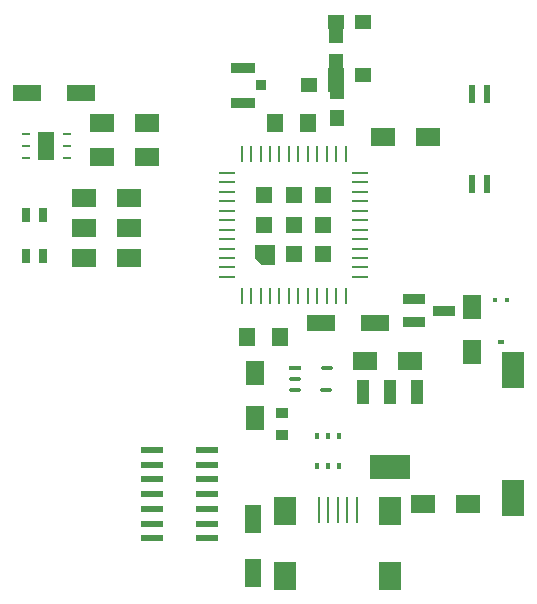
<source format=gbr>
G04 DesignSpark PCB Gerber Version 11.0 Build 5877*
%FSLAX33Y33*%
%MOIN*%
%ADD107R,0.00975X0.05699*%
%ADD125R,0.00975X0.08500*%
%ADD127R,0.01400X0.02450*%
%ADD113R,0.02400X0.06400*%
%ADD117R,0.02800X0.04800*%
%ADD123R,0.04100X0.08100*%
%ADD137R,0.04900X0.05400*%
%ADD130R,0.05400X0.09400*%
%ADD131R,0.05400X0.09440*%
%ADD112R,0.05700X0.06490*%
%ADD119R,0.05700X0.09200*%
%ADD116R,0.06400X0.08400*%
%ADD121R,0.07274X0.11998*%
%ADD126R,0.07300X0.09200*%
%ADD110R,0.02550X0.02550*%
%ADD109R,0.05699X0.05699*%
%ADD86C,0.00100*%
%ADD115O,0.04200X0.01200*%
%ADD108R,0.05699X0.00975*%
%ADD118R,0.02800X0.01000*%
%ADD114R,0.04200X0.01200*%
%ADD128R,0.01600X0.01400*%
%ADD129R,0.02200X0.01400*%
%ADD111R,0.07274X0.02156*%
%ADD134R,0.03500X0.03300*%
%ADD122R,0.07274X0.03337*%
%ADD135R,0.08100X0.03500*%
%ADD138R,0.04103X0.03600*%
%ADD136R,0.05400X0.04900*%
%ADD132R,0.09400X0.05400*%
%ADD133R,0.09440X0.05400*%
%ADD120R,0.08400X0.06400*%
%ADD124R,0.13600X0.08100*%
X0Y0D02*
D02*
D86*
X1278Y1307D02*
X1341D01*
Y1244D01*
X1297D01*
X1278Y1264D01*
Y1307D01*
G36*
X1278Y1307D02*
X1341D01*
Y1244D01*
X1297D01*
X1278Y1264D01*
Y1307D01*
G37*
D02*
D107*
X1234Y1137D03*
Y1611D03*
X1266Y1137D03*
Y1611D03*
X1297Y1137D03*
Y1611D03*
X1329Y1137D03*
Y1611D03*
X1360Y1137D03*
Y1611D03*
X1392Y1137D03*
Y1611D03*
X1423Y1137D03*
Y1611D03*
X1455Y1137D03*
Y1611D03*
X1486Y1137D03*
Y1611D03*
X1518Y1137D03*
Y1611D03*
X1549Y1137D03*
Y1611D03*
X1581Y1137D03*
Y1611D03*
D02*
D108*
X1186Y1201D03*
Y1232D03*
Y1264D03*
Y1295D03*
Y1327D03*
Y1358D03*
Y1390D03*
Y1421D03*
Y1453D03*
Y1484D03*
Y1516D03*
Y1547D03*
X1627Y1201D03*
Y1232D03*
Y1264D03*
Y1295D03*
Y1327D03*
Y1358D03*
Y1390D03*
Y1421D03*
Y1453D03*
Y1484D03*
Y1516D03*
Y1547D03*
D02*
D109*
X1309Y1374D03*
Y1472D03*
X1408Y1276D03*
Y1374D03*
Y1472D03*
X1506Y1276D03*
Y1374D03*
Y1472D03*
D02*
D110*
X1309Y1276D03*
D02*
D111*
X936Y329D03*
Y378D03*
Y427D03*
Y476D03*
Y526D03*
Y575D03*
Y624D03*
X1118Y329D03*
Y378D03*
Y427D03*
Y476D03*
Y526D03*
Y575D03*
Y624D03*
D02*
D112*
X1252Y1001D03*
X1344Y1712D03*
X1363Y1001D03*
X1454Y1712D03*
D02*
D113*
X2002Y1509D03*
Y1809D03*
X2052Y1509D03*
Y1809D03*
D02*
D114*
X1413Y896D03*
D02*
D115*
Y822D03*
Y859D03*
X1516Y822D03*
X1517Y897D03*
D02*
D116*
X1279Y731D03*
Y881D03*
X2003Y951D03*
Y1101D03*
D02*
D117*
X515Y1271D03*
Y1407D03*
X571Y1271D03*
Y1407D03*
D02*
D118*
X516Y1596D03*
Y1637D03*
Y1676D03*
X651Y1597D03*
Y1637D03*
Y1676D03*
D02*
D119*
X583Y1637D03*
D02*
D120*
X708Y1363D03*
X708Y1462D03*
X709Y1264D03*
X770Y1599D03*
Y1712D03*
X858Y1363D03*
X858Y1462D03*
X859Y1264D03*
X920Y1599D03*
Y1712D03*
X1644Y920D03*
X1705Y1668D03*
X1794Y920D03*
X1838Y442D03*
X1855Y1668D03*
X1988Y442D03*
D02*
D121*
X2138Y891D03*
X2140Y463D03*
D02*
D122*
X1808Y1051D03*
Y1126D03*
X1908Y1088D03*
D02*
D123*
X1638Y816D03*
X1728D03*
X1818D03*
D02*
D124*
X1729Y568D03*
D02*
D125*
X1491Y425D03*
X1522D03*
X1554D03*
X1585D03*
X1617D03*
D02*
D126*
X1379Y204D03*
Y421D03*
X1729Y204D03*
Y421D03*
D02*
D127*
X1485Y571D03*
Y671D03*
X1523Y571D03*
Y671D03*
X1560Y571D03*
Y671D03*
D02*
D128*
X2078Y1122D03*
X2118D03*
D02*
D129*
X2098Y983D03*
D02*
D130*
X1273Y395D03*
D02*
D131*
Y215D03*
D02*
D132*
X518Y1812D03*
X1678Y1048D03*
D02*
D133*
X698Y1812D03*
X1498Y1048D03*
D02*
D134*
X1298Y1839D03*
D02*
D135*
X1238Y1781D03*
Y1897D03*
D02*
D136*
X1458Y1839D03*
X1548D03*
X1549Y1874D03*
Y2050D03*
X1639Y1874D03*
Y2050D03*
D02*
D137*
X1548Y1917D03*
Y2007D03*
X1553Y1729D03*
Y1819D03*
D02*
D138*
X1367Y672D03*
Y747D03*
X0Y0D02*
M02*

</source>
